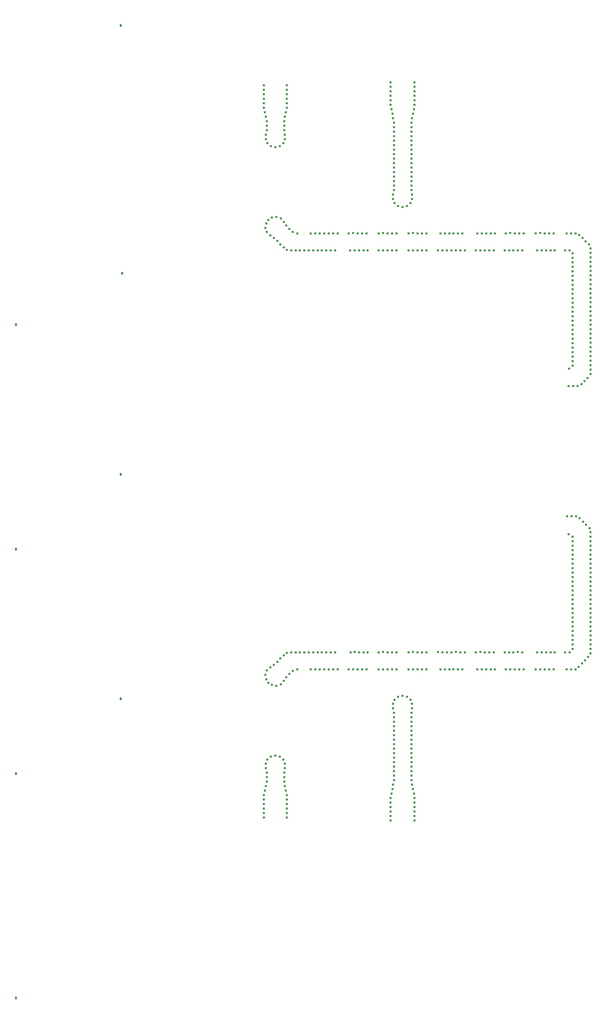
<source format=gbr>
%TF.GenerationSoftware,Altium Limited,Altium Designer,25.0.2 (28)*%
G04 Layer_Color=0*
%FSLAX45Y45*%
%MOMM*%
%TF.SameCoordinates,BFBE90A8-51B7-47FB-822D-EC39B52C7656*%
%TF.FilePolarity,Positive*%
%TF.FileFunction,Plated,4,6,Blind,Drill*%
%TF.Part,Single*%
G01*
G75*
%TA.AperFunction,ViaDrill,NotFilled*%
%ADD119C,0.40640*%
%ADD120C,0.45720*%
D119*
X16037560Y9865360D02*
D03*
X16038831Y9941560D02*
D03*
X16007588Y10010140D02*
D03*
X15948152Y10057130D02*
D03*
X15801848D02*
D03*
X15712440Y9865360D02*
D03*
X15711169Y9941560D02*
D03*
X15742412Y10010140D02*
D03*
X15875000Y10073640D02*
D03*
X15727679Y9712960D02*
D03*
X16022321D02*
D03*
X15727679Y9789160D02*
D03*
X16022321D02*
D03*
Y9636760D02*
D03*
X15727679D02*
D03*
X16038068Y9560560D02*
D03*
X16053816Y9484360D02*
D03*
X16069563Y9408160D02*
D03*
X15711932Y9560560D02*
D03*
X15696184Y9484360D02*
D03*
X15680437Y9408160D02*
D03*
X16069563Y9255760D02*
D03*
Y9331960D02*
D03*
Y9103360D02*
D03*
Y9179560D02*
D03*
Y9027160D02*
D03*
X15680437Y9255760D02*
D03*
Y9331960D02*
D03*
Y9103360D02*
D03*
Y9179560D02*
D03*
Y9027160D02*
D03*
X18181320Y10805160D02*
D03*
X17886681D02*
D03*
X17875504Y9585960D02*
D03*
X17859756Y9509760D02*
D03*
X17844008Y9433560D02*
D03*
X17830800Y9357360D02*
D03*
X18034000Y11089640D02*
D03*
X17901411Y11026140D02*
D03*
X17870171Y10957560D02*
D03*
X17871440Y10881360D02*
D03*
X17960847Y11073130D02*
D03*
X18107152D02*
D03*
X18166588Y11026140D02*
D03*
X18197830Y10957560D02*
D03*
X18196561Y10881360D02*
D03*
X18181320Y10652760D02*
D03*
Y10576560D02*
D03*
Y10500360D02*
D03*
Y10728960D02*
D03*
Y10347960D02*
D03*
Y10271760D02*
D03*
Y10195560D02*
D03*
Y10424160D02*
D03*
Y10043160D02*
D03*
Y9966960D02*
D03*
Y9890760D02*
D03*
Y10119360D02*
D03*
Y9738360D02*
D03*
Y9814560D02*
D03*
X17886681D02*
D03*
Y9738360D02*
D03*
Y10119360D02*
D03*
Y9890760D02*
D03*
Y9966960D02*
D03*
Y10043160D02*
D03*
Y10424160D02*
D03*
Y10195560D02*
D03*
Y10271760D02*
D03*
Y10347960D02*
D03*
Y10728960D02*
D03*
Y10500360D02*
D03*
Y10576560D02*
D03*
Y10652760D02*
D03*
X18181320Y9662160D02*
D03*
X18192496Y9585960D02*
D03*
X18208244Y9509760D02*
D03*
X18223991Y9433560D02*
D03*
X18237199Y9357360D02*
D03*
Y9281160D02*
D03*
Y9204960D02*
D03*
Y9128760D02*
D03*
Y9052560D02*
D03*
Y8976360D02*
D03*
X17886681Y9662160D02*
D03*
X17830800Y9281160D02*
D03*
Y9204960D02*
D03*
Y9128760D02*
D03*
Y9052560D02*
D03*
Y8976360D02*
D03*
X16069563Y21452840D02*
D03*
Y21300439D02*
D03*
Y21376640D02*
D03*
Y21148039D02*
D03*
Y21224240D02*
D03*
X15680437Y21452840D02*
D03*
Y21300439D02*
D03*
Y21376640D02*
D03*
Y21148039D02*
D03*
Y21224240D02*
D03*
X16069563Y21071840D02*
D03*
X16053816Y20995641D02*
D03*
X16038068Y20919440D02*
D03*
X15680437Y21071840D02*
D03*
X15696184Y20995641D02*
D03*
X15711932Y20919440D02*
D03*
X16022321Y20843240D02*
D03*
X15727679D02*
D03*
Y20690840D02*
D03*
X16022321D02*
D03*
X15727679Y20767039D02*
D03*
X16022321D02*
D03*
X18237199Y21503641D02*
D03*
Y21427440D02*
D03*
Y21351241D02*
D03*
Y21275040D02*
D03*
Y21198840D02*
D03*
X18181320Y20817841D02*
D03*
X17830800Y21503641D02*
D03*
Y21427440D02*
D03*
Y21351241D02*
D03*
Y21275040D02*
D03*
Y21198840D02*
D03*
Y21122639D02*
D03*
X17844008Y21046440D02*
D03*
X17859756Y20970239D02*
D03*
X17875504Y20894040D02*
D03*
X17886681Y20817841D02*
D03*
X18181320Y19827240D02*
D03*
Y19903439D02*
D03*
Y19979640D02*
D03*
Y19751041D02*
D03*
Y20132040D02*
D03*
Y20208240D02*
D03*
Y20284441D02*
D03*
Y20055840D02*
D03*
Y20436839D02*
D03*
Y20513040D02*
D03*
Y20589240D02*
D03*
Y20360640D02*
D03*
Y20741640D02*
D03*
Y20665440D02*
D03*
X17886681D02*
D03*
Y20741640D02*
D03*
Y20360640D02*
D03*
Y20589240D02*
D03*
Y20513040D02*
D03*
Y20436839D02*
D03*
Y20055840D02*
D03*
Y20284441D02*
D03*
Y20208240D02*
D03*
Y20132040D02*
D03*
Y19751041D02*
D03*
Y19979640D02*
D03*
Y19903439D02*
D03*
Y19827240D02*
D03*
X15875000Y20406360D02*
D03*
X16007588Y20469859D02*
D03*
X16038831Y20538440D02*
D03*
X16037560Y20614639D02*
D03*
X15948152Y20422870D02*
D03*
X15801848D02*
D03*
X15742412Y20469859D02*
D03*
X15711169Y20538440D02*
D03*
X15712440Y20614639D02*
D03*
X17871440Y19598640D02*
D03*
X17870171Y19522440D02*
D03*
X17901411Y19453860D02*
D03*
X17960847Y19406870D02*
D03*
X18107152D02*
D03*
X18196561Y19598640D02*
D03*
X18197830Y19522440D02*
D03*
X18166588Y19453860D02*
D03*
X18034000Y19390359D02*
D03*
X15756636Y11311636D02*
D03*
X15788640Y11573510D02*
D03*
X15733269Y11519408D02*
D03*
X15707614Y11446256D02*
D03*
X15718028Y11369040D02*
D03*
X15814040Y11273028D02*
D03*
X16018510Y11343640D02*
D03*
X15964407Y11288268D02*
D03*
X15891257Y11262614D02*
D03*
X15707614Y19033743D02*
D03*
X15733269Y18960593D02*
D03*
X15788640Y18906490D02*
D03*
X15718028Y19110960D02*
D03*
X15814040Y19206972D02*
D03*
X15891257Y19217386D02*
D03*
X15964407Y19191731D02*
D03*
X16018510Y19136360D02*
D03*
X15756636Y19168364D02*
D03*
X20792609Y18648680D02*
D03*
X20868640D02*
D03*
X20967700Y18943320D02*
D03*
X20816827D02*
D03*
X20893027D02*
D03*
X16244827D02*
D03*
X16778227D02*
D03*
X16854427D02*
D03*
X16930627D02*
D03*
X16549628D02*
D03*
X16625827D02*
D03*
X16702026D02*
D03*
X16473427D02*
D03*
X16071851Y18661888D02*
D03*
X16217645Y18648680D02*
D03*
X16292322D02*
D03*
X16366998D02*
D03*
X16441673D02*
D03*
X16516350D02*
D03*
X16665195D02*
D03*
X16739362D02*
D03*
X16813530D02*
D03*
X16887698D02*
D03*
X16142970D02*
D03*
X16590771D02*
D03*
X18679160Y18943320D02*
D03*
X19046951D02*
D03*
X18826480D02*
D03*
X18900140D02*
D03*
X18973801D02*
D03*
X18752820D02*
D03*
X18859500Y18648680D02*
D03*
X18935699D02*
D03*
X19088100D02*
D03*
X19011900D02*
D03*
X18630901D02*
D03*
X18783299D02*
D03*
X18707100D02*
D03*
X20469859D02*
D03*
X20617180D02*
D03*
X20543520D02*
D03*
X20396201Y18648172D02*
D03*
X20323048Y18648680D02*
D03*
X17856200Y18648172D02*
D03*
X17932401Y18648680D02*
D03*
X17703799D02*
D03*
X17627600D02*
D03*
X17780000D02*
D03*
X18364200Y18648172D02*
D03*
X18440401Y18648680D02*
D03*
X18211800D02*
D03*
X18135600D02*
D03*
X18288000D02*
D03*
X19507201Y18648172D02*
D03*
X19583400Y18648680D02*
D03*
X19354800D02*
D03*
X19278600D02*
D03*
X19431000D02*
D03*
X20447000Y18943320D02*
D03*
X20599400D02*
D03*
X20523199D02*
D03*
X20294600D02*
D03*
X20370799Y18943828D02*
D03*
X19939000Y18943320D02*
D03*
X20091400D02*
D03*
X20015199D02*
D03*
X19786600D02*
D03*
X19862801Y18943828D02*
D03*
X18288000Y18943320D02*
D03*
X18440401D02*
D03*
X18364200D02*
D03*
X18135600D02*
D03*
X18211800Y18943828D02*
D03*
X17780000Y18943320D02*
D03*
X17932401D02*
D03*
X17856200D02*
D03*
X17627600D02*
D03*
X17703799Y18943828D02*
D03*
X17272000Y18943320D02*
D03*
X17424400D02*
D03*
X17348199D02*
D03*
X17119600D02*
D03*
X17195799Y18943828D02*
D03*
X19453860Y18943320D02*
D03*
X19601180D02*
D03*
X19527521D02*
D03*
X19380200Y18942812D02*
D03*
X19307048Y18943320D02*
D03*
X20062952Y18647664D02*
D03*
X19989799Y18648172D02*
D03*
X19842480Y18647664D02*
D03*
X19768820D02*
D03*
X19916141D02*
D03*
X17148048Y18648680D02*
D03*
X17221201Y18648172D02*
D03*
X17368520Y18648680D02*
D03*
X17442180D02*
D03*
X17294859D02*
D03*
X18707100Y11831320D02*
D03*
X18783299D02*
D03*
X18630901Y11831828D02*
D03*
X19011900Y11831320D02*
D03*
X19088100D02*
D03*
X18935699Y11831828D02*
D03*
X18859500Y11831320D02*
D03*
X19916141D02*
D03*
X19768820D02*
D03*
X19842480D02*
D03*
X19989799Y11831828D02*
D03*
X20062952Y11831320D02*
D03*
X19453860Y11536680D02*
D03*
X19601180D02*
D03*
X19527521D02*
D03*
X19380200Y11536172D02*
D03*
X19307048Y11536680D02*
D03*
X16590771Y11831320D02*
D03*
X16142970D02*
D03*
X19354800Y11831828D02*
D03*
X19278600Y11831320D02*
D03*
X19507201D02*
D03*
X19583400D02*
D03*
X19431000D02*
D03*
X18211800Y11831828D02*
D03*
X18135600Y11831320D02*
D03*
X18364200D02*
D03*
X18440401D02*
D03*
X18288000D02*
D03*
X17703799Y11831828D02*
D03*
X17627600Y11831320D02*
D03*
X17856200D02*
D03*
X17932401D02*
D03*
X17780000D02*
D03*
X16887698D02*
D03*
X16813530D02*
D03*
X16739362D02*
D03*
X16665195D02*
D03*
X16516350D02*
D03*
X16441673D02*
D03*
X16366998D02*
D03*
X17348199Y11536172D02*
D03*
X17424400Y11536680D02*
D03*
X17195799D02*
D03*
X17119600D02*
D03*
X17272000D02*
D03*
X20447000D02*
D03*
X20294600D02*
D03*
X20370799D02*
D03*
X20599400D02*
D03*
X20523199Y11536172D02*
D03*
X19939000Y11536680D02*
D03*
X19786600D02*
D03*
X19862801D02*
D03*
X20091400D02*
D03*
X20015199Y11536172D02*
D03*
X17294859Y11831320D02*
D03*
X17442180D02*
D03*
X17368520D02*
D03*
X17148302D02*
D03*
X17221201Y11831828D02*
D03*
X18288000Y11536680D02*
D03*
X18135600D02*
D03*
X18211800D02*
D03*
X18440401D02*
D03*
X18364200Y11536172D02*
D03*
X20323048Y11831320D02*
D03*
X20893027Y11536680D02*
D03*
X20816827D02*
D03*
X20396201Y11830812D02*
D03*
X20543520Y11831320D02*
D03*
X20617180D02*
D03*
X20469859D02*
D03*
X18752820Y11536680D02*
D03*
X18973801D02*
D03*
X18900140D02*
D03*
X18826480D02*
D03*
X19046951D02*
D03*
X18679160D02*
D03*
X17856200Y11536172D02*
D03*
X17932401Y11536680D02*
D03*
X17703799D02*
D03*
X17627600D02*
D03*
X17780000D02*
D03*
X16473427D02*
D03*
X16702026D02*
D03*
X16625827D02*
D03*
X16549628D02*
D03*
X16930627D02*
D03*
X16854427D02*
D03*
X16778227D02*
D03*
X20858479Y16642081D02*
D03*
X20848320Y16344772D02*
D03*
X20924519D02*
D03*
X21000720D02*
D03*
X21068217Y16379378D02*
D03*
X21122098Y16433258D02*
D03*
X21175980Y16487140D02*
D03*
X21221700Y16548100D02*
D03*
Y16624300D02*
D03*
Y16700500D02*
D03*
Y16776700D02*
D03*
Y16852901D02*
D03*
Y16929100D02*
D03*
Y17005299D02*
D03*
Y17081500D02*
D03*
Y17157700D02*
D03*
Y17233900D02*
D03*
Y17310100D02*
D03*
Y17386301D02*
D03*
Y17462500D02*
D03*
Y17538699D02*
D03*
Y17614900D02*
D03*
Y17691100D02*
D03*
Y17767300D02*
D03*
Y17843500D02*
D03*
Y17919701D02*
D03*
Y17995900D02*
D03*
Y18072099D02*
D03*
Y18148300D02*
D03*
Y18224500D02*
D03*
Y18300700D02*
D03*
Y18376900D02*
D03*
Y18453101D02*
D03*
Y18529300D02*
D03*
Y18605499D02*
D03*
X20916901Y16692880D02*
D03*
Y16769080D02*
D03*
Y16845280D02*
D03*
Y16921480D02*
D03*
Y16997681D02*
D03*
Y17073880D02*
D03*
Y17150079D02*
D03*
Y17226280D02*
D03*
Y17302480D02*
D03*
Y17378680D02*
D03*
Y17454880D02*
D03*
Y17531081D02*
D03*
Y17607280D02*
D03*
Y17683479D02*
D03*
Y17759680D02*
D03*
Y17835880D02*
D03*
Y17912080D02*
D03*
Y17988280D02*
D03*
Y18064481D02*
D03*
Y18140680D02*
D03*
Y18216879D02*
D03*
Y18293080D02*
D03*
Y18369279D02*
D03*
Y18445480D02*
D03*
Y18521680D02*
D03*
X21221700Y18681700D02*
D03*
X21195386Y18753735D02*
D03*
X21141502Y18807617D02*
D03*
X21087622Y18861497D02*
D03*
X21033740Y18915379D02*
D03*
X20967700Y11541760D02*
D03*
X20916901Y18597881D02*
D03*
X16014326Y18702492D02*
D03*
X15960445Y18756374D02*
D03*
X16168626Y18964555D02*
D03*
X16060864Y11407682D02*
D03*
X16114745Y11461563D02*
D03*
X15852682Y11615864D02*
D03*
X15906563Y11669745D02*
D03*
Y18810255D02*
D03*
X15852682Y18864136D02*
D03*
X16060864Y19072318D02*
D03*
X16114745Y19018437D02*
D03*
X20822920Y14135226D02*
D03*
X20899120D02*
D03*
X20975320D02*
D03*
X21150038Y13993402D02*
D03*
X21042274Y14101164D02*
D03*
X21096156Y14047282D02*
D03*
X20850861Y13832840D02*
D03*
X20916901Y13792200D02*
D03*
Y13716000D02*
D03*
Y13639799D02*
D03*
Y13563600D02*
D03*
Y13487399D02*
D03*
Y13411200D02*
D03*
Y13335001D02*
D03*
Y13258800D02*
D03*
Y13182600D02*
D03*
Y13106400D02*
D03*
Y13030200D02*
D03*
Y12953999D02*
D03*
Y12877800D02*
D03*
Y12801601D02*
D03*
Y12725400D02*
D03*
Y12649200D02*
D03*
Y12573000D02*
D03*
Y12496800D02*
D03*
Y12420600D02*
D03*
Y12344400D02*
D03*
Y12268200D02*
D03*
Y12192000D02*
D03*
Y12115800D02*
D03*
Y12039600D02*
D03*
Y11963400D02*
D03*
X21203920Y13939520D02*
D03*
X21221700Y13868401D02*
D03*
Y13792200D02*
D03*
Y13716000D02*
D03*
Y13639799D02*
D03*
Y13563600D02*
D03*
Y13487399D02*
D03*
Y13411200D02*
D03*
Y13335001D02*
D03*
Y13258800D02*
D03*
Y13182600D02*
D03*
Y13106400D02*
D03*
Y13030200D02*
D03*
Y12953999D02*
D03*
Y12877800D02*
D03*
Y12801601D02*
D03*
Y12725400D02*
D03*
Y12649200D02*
D03*
Y12573000D02*
D03*
Y12496800D02*
D03*
Y12420600D02*
D03*
Y12344400D02*
D03*
Y12268200D02*
D03*
Y12192000D02*
D03*
Y12115800D02*
D03*
Y12039600D02*
D03*
Y11963400D02*
D03*
Y11887200D02*
D03*
X21023108Y11585482D02*
D03*
X21076990Y11639363D02*
D03*
X21184753Y11747126D02*
D03*
X21130872Y11693245D02*
D03*
X21221700Y11811000D02*
D03*
X20916901Y11887200D02*
D03*
X20868640Y11831320D02*
D03*
X20792609D02*
D03*
X16244827Y11536680D02*
D03*
X16292322Y11831320D02*
D03*
X16217645D02*
D03*
X16071851Y11818620D02*
D03*
X16169640Y11516360D02*
D03*
X15960445Y11723627D02*
D03*
X16014326Y11777508D02*
D03*
X18237199Y21122639D02*
D03*
X18223991Y21046440D02*
D03*
X18208244Y20970239D02*
D03*
X18192496Y20894040D02*
D03*
X18181320Y19674840D02*
D03*
X17886681D02*
D03*
D120*
X13271500Y18262601D02*
D03*
X11468100Y5956300D02*
D03*
Y9766300D02*
D03*
X13246100Y11036300D02*
D03*
X11468100Y13576300D02*
D03*
X13246100Y22466299D02*
D03*
X11468100Y17386301D02*
D03*
X13246100Y14846300D02*
D03*
%TF.MD5,6b42510a0c0dba6afbf61f755d54e626*%
M02*

</source>
